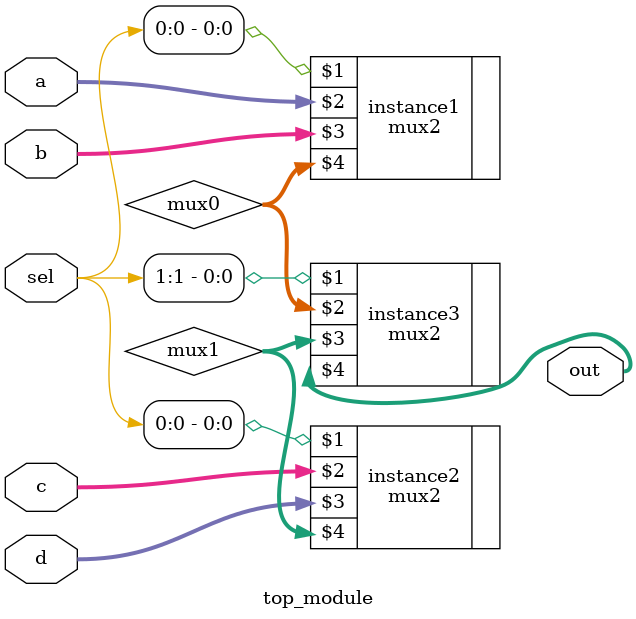
<source format=v>
module top_module (
    input [1:0] sel,
    input [7:0] a,
    input [7:0] b,
    input [7:0] c,
    input [7:0] d,
    output [7:0] out  ); //

    wire [7:0] mux0, mux1;
    mux2 instance1 ( sel[0],    a,    b, mux0 );
    mux2 instance2 ( sel[0],    c,    d, mux1 );
    mux2 instance3 ( sel[1], mux0, mux1,  out );

endmodule

</source>
